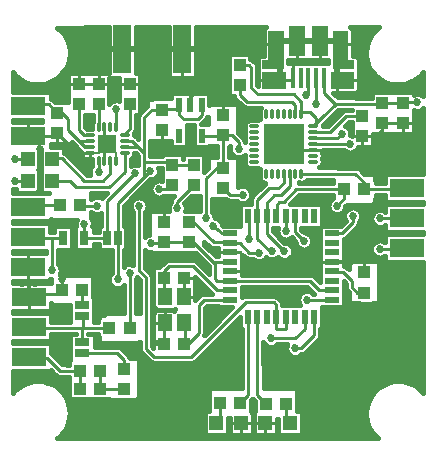
<source format=gtl>
G04 DipTrace 2.3.1.0*
%INPowerTowerRX_Rev4.GTL*%
%MOIN*%
%ADD13C,0.01*%
%ADD14C,0.02*%
%ADD15C,0.007*%
%ADD16C,0.015*%
%ADD18C,0.009*%
%ADD20R,0.1181X0.063*%
%ADD22R,0.05X0.025*%
%ADD25R,0.0394X0.0433*%
%ADD26R,0.0433X0.0394*%
%ADD28R,0.0315X0.0472*%
%ADD29R,0.0472X0.0472*%
%ADD30R,0.025X0.05*%
%ADD31R,0.0217X0.0472*%
%ADD32R,0.0591X0.0591*%
%ADD33R,0.06X0.16*%
%ADD34R,0.05X0.022*%
%ADD35R,0.022X0.05*%
%ADD40O,0.0335X0.0118*%
%ADD41O,0.0118X0.0335*%
%ADD43R,0.1378X0.1378*%
%ADD44R,0.0561X0.0984*%
%ADD45R,0.0157X0.0689*%
%ADD46C,0.027*%
%FSLAX44Y44*%
G04*
G70*
G90*
G75*
G01*
%LNTop*%
%LPD*%
X11140Y7290D2*
D13*
X11470D1*
X11840Y7660D1*
Y7870D1*
X8370Y7090D2*
Y7878D1*
X8348D1*
X7760Y6975D2*
X7735Y7000D1*
X7200D1*
X6520Y7680D1*
X6390D1*
X7760Y6975D2*
X7775Y6960D1*
X8070D1*
X8387Y6643D1*
X8720D1*
X10126Y9286D2*
X11924D1*
X12310Y8900D1*
Y8840D1*
X12230Y8760D1*
X13660D1*
Y8790D1*
X1030Y10550D2*
X1900D1*
X1990Y10640D1*
X3562Y9694D2*
Y10166D1*
X3591Y10236D1*
X3661Y10265D1*
X9843Y12481D2*
X9762Y12400D1*
X9400D1*
X10745Y13703D2*
D14*
X9965D1*
X11428Y13593D2*
X11318Y13703D1*
X10745D1*
X11428Y13593D2*
X11309Y13475D1*
Y12400D1*
X9282Y13593D2*
X9400Y13475D1*
Y12400D1*
X10520Y10074D2*
D13*
X9733D1*
X9536Y10271D1*
X13520Y10971D2*
X12830D1*
Y10760D1*
X12620Y10550D1*
X12151D1*
X12160Y10541D1*
X9965Y13703D2*
D14*
X9392D1*
X9282Y13593D1*
X7760Y6660D2*
D13*
X8070D1*
X8290Y6440D1*
Y6345D1*
Y6230D1*
X8110Y6050D1*
X7780D1*
X7760Y6030D1*
X11140Y6345D2*
X8290D1*
X3562Y10836D2*
Y10363D1*
X3661Y10265D1*
X2710Y12270D2*
X3369D1*
X3370Y12269D1*
X4410Y12279D2*
X3880D1*
X3370D1*
Y12269D2*
Y12700D1*
X3360D1*
X6426Y11570D2*
Y11846D1*
X6640Y12060D1*
X7330D1*
X7520Y11870D1*
Y11680D1*
Y11229D1*
X1990Y10640D2*
X2661Y9969D1*
X3090D1*
X12150Y12530D2*
X12020Y12400D1*
X11309D1*
X13970Y10980D2*
X13961Y10971D1*
X13520D1*
X9530Y9980D2*
X9536Y9986D1*
Y10271D1*
X9530Y10265D1*
X3660Y10260D2*
Y10265D1*
X830Y5650D2*
X1020D1*
Y6160D1*
Y5170D1*
X1040D1*
X5480Y10000D2*
Y10751D1*
X7910Y11680D2*
X7520D1*
X1040Y5170D2*
Y5270D1*
X2001D1*
X2141Y5410D1*
X6219Y5810D2*
X6210D1*
Y5180D1*
X5561Y3620D2*
Y4294D1*
X5580Y4314D1*
X5561Y3620D2*
X5200D1*
Y3630D1*
X3570Y6260D2*
Y4620D1*
X3560Y4610D1*
X7390Y2350D2*
Y3320D1*
X5370Y9120D2*
X5120Y8870D1*
Y8460D1*
X5560Y8020D1*
Y7679D1*
X2140Y5780D2*
X2141Y5779D1*
Y5410D1*
X6210Y5180D2*
X6660D1*
X6700Y5220D1*
Y5450D1*
X11140Y6345D2*
X11855D1*
X8120Y970D2*
X8520D1*
X8920D1*
X8520Y1350D2*
Y970D1*
X10570Y3330D2*
Y2490D1*
G02X10570Y2450I-18J-20D01*
G01*
X3090Y9969D2*
D15*
Y9980D1*
X3376D1*
X3661Y10265D1*
X3956Y9694D2*
Y9969D1*
X3661Y10265D1*
X10520Y10074D2*
D13*
X11456D1*
X11650Y9880D1*
X12150D1*
Y10531D1*
Y9900D2*
Y10551D1*
X3610Y13410D2*
D14*
Y13430D1*
X4150D2*
D13*
D3*
D14*
X6150D1*
D13*
D3*
X6700D2*
D14*
D3*
X6150D2*
X6700D1*
X4150D2*
X3610D1*
X3880Y12260D2*
D13*
Y12279D1*
X2570Y10060D2*
X2661Y9969D1*
X7850Y8290D2*
X7860Y8280D1*
X8280D1*
X8480Y8480D1*
Y8900D1*
X8330Y9050D1*
Y9240D1*
X11140Y6345D2*
X11155Y6360D1*
X12210D1*
Y5990D1*
X1250Y5650D2*
X1020D1*
X5480Y11420D2*
X5490Y11430D1*
X6052D1*
Y11570D1*
X6060Y11562D1*
Y11250D1*
X6200Y11110D1*
X6670D1*
X6800Y11240D1*
Y11570D1*
X5830Y9559D2*
X6540D1*
X5750Y9570D2*
Y9559D1*
X5830D1*
X4000Y5760D2*
Y7130D1*
X5830Y9559D2*
Y9560D1*
Y9660D1*
X4890D1*
Y9967D1*
Y11160D1*
X5150Y11420D1*
X5480D1*
X3366Y9694D2*
Y9344D1*
D15*
Y9694D1*
X4232Y10166D2*
D13*
X4690D1*
X4890Y9967D1*
X5090Y9380D2*
Y9460D1*
X4000Y7130D2*
Y8290D1*
X4885Y9175D1*
X5090Y9380D1*
X4890Y9660D2*
X4885Y9175D1*
X4232Y10363D2*
X4494D1*
X4690Y10166D1*
X10552Y4498D2*
Y3900D1*
X9910Y3460D2*
X10100D1*
X10552Y3912D1*
X10237Y4498D2*
Y4117D1*
X9910Y3790D1*
X9120D1*
X7760Y6345D2*
X7185D1*
X6519Y7011D1*
X6390D1*
X11140Y5400D2*
X10720D1*
X10405Y5715D1*
X7760D1*
X7315Y6345D2*
X7760D1*
Y5715D2*
X7305D1*
X7260Y5760D1*
Y6270D1*
X7185Y6345D1*
X7520Y9479D2*
Y10560D1*
X6800Y10546D2*
X7506D1*
X7520Y10560D1*
X7810D1*
X8040Y10330D1*
Y10120D1*
X5560Y7010D2*
X6389D1*
X6390Y7011D1*
X7520Y9479D2*
X7299D1*
X6950Y9130D1*
Y7810D1*
X5100Y6960D2*
X5510D1*
X5560Y7010D1*
X11561Y8760D2*
X9960D1*
X9540Y8340D1*
X9390D1*
X9300Y8250D1*
Y7885D1*
X9293Y7878D1*
X7520Y8810D2*
X7750Y8580D1*
X8170D1*
X11310Y8210D2*
X11561Y8461D1*
Y8760D1*
X2830Y3306D2*
X3994D1*
X4220Y3080D1*
Y2779D1*
X4210D1*
X2761Y2110D2*
X2760Y2111D1*
Y2720D1*
X1040Y3170D2*
X1080Y3130D1*
X1660D1*
X2070Y2720D1*
X2760D1*
X4410Y11610D2*
Y10780D1*
X4190Y10560D1*
X4232D1*
X1020Y8160D2*
X1100Y8240D1*
X2090D1*
X2820Y4894D2*
Y5400D1*
X2810Y5410D1*
X10520Y10270D2*
Y10271D1*
X11750D1*
X10280Y11920D2*
X10355Y11995D1*
Y12481D1*
X1020Y7160D2*
Y7140D1*
X1820D1*
X2181D1*
X1820Y6060D2*
Y7140D1*
X10126Y11255D2*
Y11340D1*
X10400D1*
X10610Y11130D1*
Y10861D1*
X10520D1*
X10887Y11228D2*
X10520Y10861D1*
X12830Y11640D2*
X13520D1*
X8070Y12899D2*
X8109D1*
X8120Y12910D1*
X8370D1*
X8460Y12820D1*
Y12140D1*
X8670Y11930D1*
X9870D1*
X10126Y11674D1*
Y11255D1*
X13980Y11660D2*
X13540D1*
X13520Y11640D1*
X12830D2*
Y11620D1*
X11279D1*
X10520Y10861D1*
X10867Y12481D2*
X10890Y12457D1*
Y11980D1*
X11250Y11620D1*
X11279D1*
X3366Y10836D2*
X3370Y10840D1*
Y11600D1*
X1040Y4170D2*
X1070Y4140D1*
X2830D1*
X2841D1*
X3730D1*
X2830Y3660D2*
Y4140D1*
X2841D2*
Y4519D1*
X2820Y4540D1*
X7760Y5400D2*
X7320D1*
X6510Y6210D1*
X5710D1*
X5550Y6050D1*
Y5810D1*
X5580Y5180D2*
X5550D1*
Y5810D1*
X6230Y3620D2*
X6340D1*
X6700Y3980D1*
Y4890D1*
X6895Y5085D1*
X7760D1*
X6210Y4314D2*
X6260D1*
Y3650D1*
X6230Y3620D1*
X8663Y4498D2*
Y1917D1*
X8960Y1620D1*
X8348Y4498D2*
Y1918D1*
X8070Y1640D1*
X7401D2*
Y1077D1*
X7293Y970D1*
X9629Y1620D2*
Y1087D1*
X9747Y970D1*
X11140Y6030D2*
X11150Y6020D1*
X11500D1*
X11820Y5700D1*
Y5490D1*
X11989Y5321D1*
X12210D1*
X3430Y2110D2*
X3429Y2111D1*
Y2720D1*
X3430Y2110D2*
X4210D1*
X2710Y11601D2*
X2700Y11591D1*
Y10750D1*
X2890Y10560D1*
X3090D1*
X1030Y11550D2*
Y11590D1*
X1709D1*
X1990Y11309D1*
X1859Y11440D1*
X2030D1*
X2350Y11120D1*
Y10730D1*
X2717Y10363D1*
X3090D1*
Y10166D2*
X2914D1*
X2717Y10363D1*
X1003Y9770D2*
X570D1*
X5380Y8770D2*
X5830D1*
Y8890D1*
X1830Y9770D2*
X1800Y9800D1*
X2140D1*
X2890Y9050D1*
X3520D1*
X3759Y9289D1*
Y9694D1*
X1830Y9040D2*
X1840Y9030D1*
X2430D1*
X2620Y8840D1*
X3720D1*
X4232Y9352D1*
Y9969D1*
X10520Y10467D2*
X11317D1*
X11470Y10620D1*
X10611Y11600D2*
Y12481D1*
X6540Y8890D2*
X5990Y8340D1*
Y8140D1*
X570Y9050D2*
Y9040D1*
X1003D1*
X12160Y11210D2*
X11630D1*
X11084Y10664D1*
X10520D1*
X8070Y12230D2*
Y11920D1*
X8310Y11680D1*
X9820D1*
X9929Y11571D1*
Y11255D1*
X9293Y4498D2*
Y4110D1*
X9607D1*
Y4498D1*
X9293D2*
Y4917D1*
X9210Y5000D1*
X8280D1*
X6460Y3180D1*
X5210D1*
X4940Y3450D1*
Y5830D1*
X4720Y6050D1*
Y8210D1*
X3320Y8220D2*
X2779D1*
X2759Y8240D1*
X7760Y7290D2*
X7480D1*
X7190Y7540D1*
X4400Y5978D2*
Y4250D1*
X4430Y4220D1*
Y4171D1*
X4399Y4140D1*
X9733Y9286D2*
Y8863D1*
X9440Y8570D1*
X9220D1*
X8970Y8320D1*
Y7885D1*
X8978Y7878D1*
X13660Y7790D2*
Y7970D1*
X13850D1*
X8978Y7878D2*
Y7272D1*
X9560Y6690D1*
X12750Y7790D2*
X12870D1*
X13660D1*
X10310Y5085D2*
X11140D1*
X9607Y7370D2*
Y7878D1*
X10210Y7040D2*
X9922Y7328D1*
Y7878D1*
X9536Y9286D2*
Y8986D1*
X9350Y8800D1*
X9040D1*
X8660Y8420D1*
Y7880D1*
X8663Y7878D1*
X13660Y6790D2*
Y6620D1*
X13850D1*
X13660Y6790D2*
Y6770D1*
X12740D1*
X9140Y6710D2*
X9070D1*
X8663Y7117D1*
Y7878D1*
X3956Y10836D2*
Y11444D1*
X4590Y9300D2*
X3646Y8356D1*
Y7130D1*
X2890Y7140D2*
X2900Y7130D1*
X3646D1*
X2890Y7610D2*
Y7140D1*
D46*
X11840Y7870D3*
X8370Y7090D3*
X8720Y6643D3*
X4000Y5760D3*
X3366Y9344D3*
D3*
X5090Y9380D3*
D3*
X9910Y3460D3*
X9120Y3790D3*
X8040Y10120D3*
X6950Y7810D3*
X5100Y6960D3*
X8170Y8580D3*
X11310Y8210D3*
X11750Y10271D3*
X10280Y11920D3*
X1820Y6060D3*
X13980Y11660D3*
X570Y9770D3*
X5380Y8770D3*
X11470Y10620D3*
X10611Y11600D3*
X5990Y8140D3*
X570Y9050D3*
X4720Y8210D3*
X3320Y8220D3*
X7190Y7540D3*
X4400Y5978D3*
X9560Y6690D3*
X12750Y7790D3*
X10310Y5085D3*
X9607Y7370D3*
X10210Y7040D3*
X12740Y6770D3*
X9140Y6710D3*
X3956Y11444D3*
X4590Y9300D3*
X2890Y7610D3*
X3360Y12700D3*
X12150Y12530D3*
X13970Y10980D3*
X9530Y9980D3*
X6700Y13430D3*
X3610D3*
X3660Y10260D3*
X8330Y9240D3*
X1250Y5650D3*
X830D3*
X5200Y3630D3*
X5480Y10000D3*
X7910Y11680D3*
X8520Y1350D3*
X6700Y5450D3*
X3560Y4610D3*
X3570Y6260D3*
X7390Y2350D3*
Y3320D3*
X4580Y3370D3*
X5370Y9120D3*
X2140Y5780D3*
X5250Y2850D3*
X10570Y3330D3*
Y2450D3*
X7030Y9900D3*
X1860Y3590D3*
X2600Y630D3*
X2170Y11880D3*
X12700Y8410D3*
X10490Y7390D3*
X7850Y8290D3*
X2140Y2310D3*
X6060Y2850D3*
X8060Y3660D3*
X3360Y630D3*
X12180Y660D3*
X14060Y2770D3*
X8330Y5300D3*
X2400Y14020D3*
X3520D3*
X6750Y14050D3*
X8580Y14030D3*
X8550Y13370D3*
X12130Y13960D3*
X14040Y12240D3*
X14060Y9610D3*
X3880Y12260D3*
X11300Y7620D3*
X9060Y3240D3*
X4160Y630D3*
X5110Y6470D3*
X1400Y8690D3*
X1420Y9410D3*
X1430Y10120D3*
X2570Y10060D3*
X6220Y12260D3*
X4920Y630D3*
X12810Y7280D3*
X5750Y620D3*
X6510D3*
X10620Y660D3*
X11380D3*
X7330Y14050D3*
X8000D3*
X2970Y14030D3*
X9540Y5390D3*
X10550Y6080D3*
X8740Y6010D3*
X5690Y8460D3*
X14040Y5980D3*
Y5030D3*
Y4090D3*
X2161Y14007D2*
D16*
X3683D1*
X4615D2*
X5685D1*
X6617D2*
X8860D1*
X11848D2*
X12526D1*
X2267Y13858D2*
X3683D1*
X4615D2*
X5685D1*
X6617D2*
X8860D1*
X11848D2*
X12421D1*
X2340Y13709D2*
X3683D1*
X4615D2*
X5685D1*
X6617D2*
X8860D1*
X11848D2*
X12348D1*
X2386Y13561D2*
X3683D1*
X4615D2*
X5685D1*
X6617D2*
X8860D1*
X11848D2*
X12301D1*
X2412Y13412D2*
X3683D1*
X4615D2*
X5685D1*
X6617D2*
X8860D1*
X11848D2*
X12278D1*
X2415Y13263D2*
X3683D1*
X4615D2*
X5685D1*
X6617D2*
X7707D1*
X8433D2*
X8860D1*
X11848D2*
X12273D1*
X2396Y13115D2*
X3683D1*
X4615D2*
X5685D1*
X6617D2*
X7707D1*
X8433D2*
X8663D1*
X12047D2*
X12292D1*
X2356Y12966D2*
X3683D1*
X4615D2*
X5685D1*
X6617D2*
X7707D1*
X12057D2*
X12331D1*
X2290Y12817D2*
X3683D1*
X4615D2*
X5685D1*
X6617D2*
X7707D1*
X12057D2*
X12397D1*
X2194Y12669D2*
X3683D1*
X4615D2*
X5685D1*
X6617D2*
X7707D1*
X12057D2*
X12496D1*
X518Y12520D2*
X626D1*
X2054D2*
X2347D1*
X4772D2*
X5685D1*
X6617D2*
X7707D1*
X12057D2*
X12634D1*
X14061D2*
X14171D1*
X518Y12371D2*
X847D1*
X1833D2*
X2347D1*
X3732D2*
X4046D1*
X4772D2*
X7707D1*
X12057D2*
X12854D1*
X13840D2*
X14171D1*
X518Y12223D2*
X2347D1*
X3732D2*
X4046D1*
X4772D2*
X7707D1*
X12057D2*
X14171D1*
X518Y12074D2*
X2347D1*
X3732D2*
X4046D1*
X4772D2*
X7707D1*
X12052D2*
X14171D1*
X1786Y11925D2*
X2347D1*
X3732D2*
X4046D1*
X4772D2*
X5778D1*
X7074D2*
X7707D1*
X11243D2*
X12467D1*
X14101D2*
X14170D1*
X1798Y11777D2*
X2347D1*
X3732D2*
X4046D1*
X4772D2*
X5033D1*
X7074D2*
X7913D1*
X4772Y11628D2*
X4958D1*
X7074D2*
X8063D1*
X4772Y11479D2*
X4911D1*
X8042D2*
X8291D1*
X8042Y11330D2*
X8720D1*
X11288D2*
X11453D1*
X13883D2*
X14171D1*
X2916Y11182D2*
X3153D1*
X4625D2*
X4674D1*
X8042D2*
X8720D1*
X11140D2*
X11303D1*
X13883D2*
X14171D1*
X518Y11033D2*
X1468D1*
X2916D2*
X3153D1*
X4625D2*
X4674D1*
X6891D2*
X6997D1*
X8042D2*
X8307D1*
X10990D2*
X11155D1*
X13883D2*
X14171D1*
X2916Y10884D2*
X3142D1*
X4625D2*
X4674D1*
X6326D2*
X6526D1*
X8042D2*
X8221D1*
X10852D2*
X11005D1*
X11604D2*
X11797D1*
X13883D2*
X14171D1*
X4620Y10736D2*
X4674D1*
X6326D2*
X6526D1*
X8042D2*
X8230D1*
X11747D2*
X11796D1*
X13883D2*
X14171D1*
X4564Y10587D2*
X4674D1*
X6326D2*
X6526D1*
X8082D2*
X8232D1*
X12523D2*
X14171D1*
X6326Y10438D2*
X6526D1*
X12523D2*
X14171D1*
X5105Y10290D2*
X5778D1*
X6326D2*
X6526D1*
X12523D2*
X14171D1*
X2232Y10141D2*
X2640D1*
X5105D2*
X7304D1*
X12019D2*
X14171D1*
X2232Y9992D2*
X2757D1*
X5105D2*
X7304D1*
X10836D2*
X11671D1*
X11831D2*
X14171D1*
X2396Y9844D2*
X2799D1*
X4524D2*
X4674D1*
X6903D2*
X7105D1*
X8129D2*
X8221D1*
X10850D2*
X14171D1*
X2543Y9695D2*
X3142D1*
X4447D2*
X4674D1*
X6903D2*
X6997D1*
X8042D2*
X8218D1*
X10852D2*
X14171D1*
X2693Y9546D2*
X3144D1*
X6903D2*
X6997D1*
X8042D2*
X8267D1*
X10805D2*
X14171D1*
X2841Y9398D2*
X3069D1*
X5391D2*
X5467D1*
X8042D2*
X8720D1*
X12111D2*
X14171D1*
X5358Y9249D2*
X5467D1*
X8042D2*
X8720D1*
X12554D2*
X12903D1*
X5164Y9100D2*
X5467D1*
X8042D2*
X8736D1*
X12612D2*
X12903D1*
X4960Y8951D2*
X5143D1*
X8042D2*
X8893D1*
X4812Y8803D2*
X5080D1*
X8363D2*
X8743D1*
X518Y8654D2*
X602D1*
X4662D2*
X5103D1*
X8461D2*
X8596D1*
X3141Y8505D2*
X3496D1*
X4515D2*
X5256D1*
X5504D2*
X5856D1*
X6455D2*
X6735D1*
X10004D2*
X11178D1*
X12612D2*
X12903D1*
X4367Y8357D2*
X4460D1*
X4981D2*
X5776D1*
X6305D2*
X6735D1*
X7165D2*
X7977D1*
X8363D2*
X8443D1*
X9856D2*
X11049D1*
X12610D2*
X12903D1*
X4217Y8208D2*
X4419D1*
X5021D2*
X5696D1*
X6282D2*
X6735D1*
X7165D2*
X8073D1*
X10829D2*
X11010D1*
X11611D2*
X12903D1*
X4217Y8059D2*
X4461D1*
X4979D2*
X5701D1*
X6279D2*
X6735D1*
X7165D2*
X8073D1*
X10829D2*
X11052D1*
X12068D2*
X12638D1*
X3141Y7911D2*
X3430D1*
X4217D2*
X4503D1*
X4936D2*
X5038D1*
X7233D2*
X8073D1*
X10829D2*
X11542D1*
X12139D2*
X12477D1*
X3148Y7762D2*
X3430D1*
X4217D2*
X4503D1*
X4936D2*
X5038D1*
X7386D2*
X8073D1*
X10829D2*
X11560D1*
X12120D2*
X12451D1*
X1777Y7613D2*
X2588D1*
X3190D2*
X3430D1*
X4217D2*
X4503D1*
X4936D2*
X5038D1*
X7482D2*
X8073D1*
X10829D2*
X11495D1*
X12050D2*
X12510D1*
X1777Y7465D2*
X1857D1*
X2504D2*
X2568D1*
X3214D2*
X3355D1*
X4292D2*
X4503D1*
X4936D2*
X5038D1*
X9193D2*
X9322D1*
X10137D2*
X10724D1*
X11944D2*
X12903D1*
X2504Y7316D2*
X2568D1*
X4292D2*
X4503D1*
X4936D2*
X5038D1*
X9233D2*
X9310D1*
X10299D2*
X10724D1*
X11794D2*
X14171D1*
X2504Y7167D2*
X2568D1*
X4292D2*
X4503D1*
X10482D2*
X10724D1*
X11647D2*
X12903D1*
X2504Y7019D2*
X2568D1*
X4292D2*
X4503D1*
X9530D2*
X9910D1*
X10510D2*
X10724D1*
X11555D2*
X12585D1*
X2504Y6870D2*
X2568D1*
X3214D2*
X3355D1*
X4292D2*
X4503D1*
X6959D2*
X7032D1*
X9797D2*
X9964D1*
X10454D2*
X10724D1*
X11555D2*
X12458D1*
X2035Y6721D2*
X3784D1*
X4217D2*
X4503D1*
X7107D2*
X7344D1*
X9858D2*
X10724D1*
X11555D2*
X12444D1*
X2035Y6572D2*
X3784D1*
X4217D2*
X4503D1*
X4936D2*
X6660D1*
X7257D2*
X7344D1*
X9835D2*
X10724D1*
X11555D2*
X12519D1*
X2035Y6424D2*
X3784D1*
X4217D2*
X4503D1*
X4936D2*
X6807D1*
X8176D2*
X8521D1*
X8918D2*
X9442D1*
X9680D2*
X10724D1*
X11555D2*
X12903D1*
X2035Y6275D2*
X3784D1*
X4217D2*
X4503D1*
X4936D2*
X5476D1*
X6743D2*
X6955D1*
X8176D2*
X10724D1*
X11555D2*
X11694D1*
X12725D2*
X14171D1*
X2112Y6126D2*
X3784D1*
X4943D2*
X5167D1*
X6893D2*
X7044D1*
X8176D2*
X10724D1*
X12732D2*
X14171D1*
X2110Y5978D2*
X3784D1*
X5091D2*
X5167D1*
X8176D2*
X10724D1*
X12732D2*
X14171D1*
X3186Y5829D2*
X3706D1*
X10590D2*
X10724D1*
X12732D2*
X14171D1*
X518Y5680D2*
X1759D1*
X3193D2*
X3711D1*
X4615D2*
X4724D1*
X6601D2*
X6742D1*
X12732D2*
X14171D1*
X3193Y5532D2*
X3812D1*
X4615D2*
X4724D1*
X6601D2*
X6889D1*
X11555D2*
X11604D1*
X12732D2*
X14171D1*
X3193Y5383D2*
X4185D1*
X4615D2*
X4724D1*
X6612D2*
X7037D1*
X8176D2*
X10438D1*
X11555D2*
X11634D1*
X12732D2*
X14171D1*
X3193Y5234D2*
X4185D1*
X4615D2*
X4724D1*
X6612D2*
X6746D1*
X8176D2*
X10051D1*
X11555D2*
X11689D1*
X12732D2*
X14171D1*
X3235Y5086D2*
X4185D1*
X4615D2*
X4724D1*
X9422D2*
X10009D1*
X11555D2*
X11689D1*
X12732D2*
X14171D1*
X3235Y4937D2*
X4185D1*
X4615D2*
X4724D1*
X9507D2*
X10051D1*
X11555D2*
X14171D1*
X1796Y4788D2*
X2403D1*
X3235D2*
X4185D1*
X4615D2*
X4724D1*
X5157D2*
X5232D1*
X6917D2*
X7768D1*
X10829D2*
X14171D1*
X518Y4640D2*
X2403D1*
X3235D2*
X3428D1*
X6917D2*
X7621D1*
X10829D2*
X14171D1*
X1796Y4491D2*
X2403D1*
X3235D2*
X3350D1*
X6917D2*
X7473D1*
X10829D2*
X14171D1*
X1796Y4342D2*
X2403D1*
X3235D2*
X3348D1*
X6917D2*
X7323D1*
X7922D2*
X8073D1*
X10829D2*
X14171D1*
X6917Y4193D2*
X7175D1*
X7772D2*
X8073D1*
X10829D2*
X14171D1*
X6917Y4045D2*
X7025D1*
X7625D2*
X8131D1*
X10768D2*
X14171D1*
X1796Y3896D2*
X2415D1*
X3247D2*
X3348D1*
X7475D2*
X8131D1*
X10768D2*
X14171D1*
X1796Y3747D2*
X2415D1*
X3247D2*
X3350D1*
X7327D2*
X8131D1*
X10697D2*
X14171D1*
X1796Y3599D2*
X2415D1*
X3247D2*
X4724D1*
X7177D2*
X8131D1*
X10538D2*
X14171D1*
X1796Y3450D2*
X2415D1*
X4149D2*
X4724D1*
X7029D2*
X8131D1*
X8879D2*
X9610D1*
X10388D2*
X14171D1*
X1796Y3301D2*
X2415D1*
X4297D2*
X4789D1*
X6879D2*
X8131D1*
X8879D2*
X9657D1*
X10238D2*
X14171D1*
X1936Y3153D2*
X2415D1*
X4423D2*
X4939D1*
X6732D2*
X8131D1*
X8879D2*
X14171D1*
X2084Y3004D2*
X2378D1*
X4733D2*
X5099D1*
X6572D2*
X8131D1*
X8879D2*
X14171D1*
X4733Y2855D2*
X8131D1*
X8879D2*
X14171D1*
X4733Y2707D2*
X8131D1*
X8879D2*
X14171D1*
X518Y2558D2*
X1937D1*
X4733D2*
X8131D1*
X8879D2*
X14171D1*
X518Y2409D2*
X2378D1*
X4733D2*
X8131D1*
X8879D2*
X14171D1*
X518Y2261D2*
X854D1*
X1824D2*
X2378D1*
X4733D2*
X8131D1*
X8879D2*
X12863D1*
X13833D2*
X14171D1*
X518Y2112D2*
X630D1*
X2049D2*
X2378D1*
X4733D2*
X7056D1*
X9947D2*
X12638D1*
X14056D2*
X14171D1*
X2190Y1963D2*
X2378D1*
X4733D2*
X7018D1*
X10011D2*
X12498D1*
X2288Y1814D2*
X2378D1*
X4721D2*
X7018D1*
X10011D2*
X12399D1*
X2354Y1666D2*
X7018D1*
X8452D2*
X8577D1*
X10011D2*
X12334D1*
X2396Y1517D2*
X7018D1*
X8452D2*
X8577D1*
X10011D2*
X12294D1*
X2415Y1368D2*
X7018D1*
X8452D2*
X8577D1*
X10011D2*
X12275D1*
X2412Y1220D2*
X6892D1*
X10149D2*
X12275D1*
X2389Y1071D2*
X6892D1*
X10149D2*
X12299D1*
X2342Y922D2*
X6892D1*
X10149D2*
X12346D1*
X2269Y774D2*
X6892D1*
X10149D2*
X12418D1*
X2164Y625D2*
X6892D1*
X10149D2*
X12524D1*
X2011Y476D2*
X12678D1*
X3177Y5170D2*
X3221D1*
X3219Y4618D1*
X3221Y4340D1*
X3364Y4341D1*
X3365Y4527D1*
X3387Y4597D1*
X3449Y4641D1*
X3485Y4647D1*
X4200D1*
X4199Y5555D1*
X4143Y5512D1*
X4073Y5484D1*
X3999Y5474D1*
X3925Y5484D1*
X3856Y5513D1*
X3797Y5559D1*
X3752Y5618D1*
X3723Y5687D1*
X3714Y5762D1*
X3724Y5836D1*
X3753Y5905D1*
X3801Y5965D1*
X3799Y6285D1*
Y6728D1*
X3370Y6729D1*
Y6928D1*
X3198Y6927D1*
Y6753D1*
X2582D1*
Y7527D1*
X2617D1*
X2604Y7612D1*
X2614Y7686D1*
X2635Y7735D1*
X2405Y7733D1*
X1845D1*
X1773Y7758D1*
X1762Y7726D1*
Y7694D1*
X503D1*
Y7626D1*
X1762D1*
Y7342D1*
X1874Y7341D1*
X1873Y7527D1*
X2490D1*
Y6753D1*
X2019D1*
X2021Y6315D1*
X2024Y6260D1*
X2069Y6201D1*
X2097Y6131D1*
X2106Y6060D1*
X2096Y5986D1*
X2068Y5919D1*
X2645Y5917D1*
X3055D1*
X3125Y5894D1*
X3169Y5833D1*
X3175Y5757D1*
X3178Y5608D1*
Y5170D1*
X2421Y4618D2*
X2419Y4902D1*
X1895Y4903D1*
X1825Y4926D1*
X1782Y4987D1*
Y4704D1*
X502D1*
Y4637D1*
X1723Y4636D1*
X1782D1*
Y4343D1*
X2195Y4341D1*
X2418D1*
X2419Y4816D1*
X2421D1*
X502Y12016D2*
X1772D1*
Y11779D1*
X1846Y11738D1*
X1906Y11677D1*
X2363Y11675D1*
X2364Y11968D1*
X2362Y11977D1*
Y12638D1*
X3699Y12637D1*
Y14156D1*
X1992Y14154D1*
X2103Y14054D1*
X2200Y13939D1*
X2279Y13812D1*
X2339Y13675D1*
X2379Y13530D1*
X2399Y13382D1*
X2398Y13243D1*
X2377Y13095D1*
X2335Y12951D1*
X2273Y12814D1*
X2193Y12688D1*
X2096Y12574D1*
X1983Y12475D1*
X1858Y12392D1*
X1722Y12329D1*
X1579Y12285D1*
X1431Y12261D1*
X1281Y12259D1*
X1132Y12278D1*
X988Y12318D1*
X850Y12377D1*
X723Y12456D1*
X607Y12551D1*
X502Y12668D1*
Y12015D1*
X1483Y11084D2*
X504D1*
X502Y11017D1*
X1483Y11016D1*
Y11086D1*
X1772Y10273D2*
Y10157D1*
X2217D1*
Y9986D1*
X2282Y9942D1*
X2973Y9251D1*
X3094D1*
X3080Y9346D1*
X3090Y9420D1*
X3119Y9489D1*
X3160Y9542D1*
X3156Y9661D1*
X3153Y9759D1*
X2952Y9762D1*
X2894Y9778D1*
X2844Y9811D1*
X2805Y9856D1*
X2780Y9910D1*
X2772Y9970D1*
X2777Y10019D1*
X2474Y10322D1*
X2449Y10299D1*
X2377Y10275D1*
X2308Y10272D1*
X1771D1*
X1443Y10084D2*
X1390Y10082D1*
X1388Y9383D1*
X1390Y9127D1*
Y8653D1*
X616D1*
Y8768D1*
X569Y8764D1*
X502Y8773D1*
X503Y8626D1*
X1725Y8629D1*
X1692Y8653D1*
X1443D1*
X1445Y9427D1*
X1443Y9683D1*
Y10084D1*
X5207Y11788D2*
X5791D1*
X5793Y11957D1*
X6311Y11955D1*
X6362Y11957D1*
X7059D1*
X7061Y11571D1*
X7133Y11595D1*
X7202Y11597D1*
X7907Y11595D1*
X7977Y11572D1*
X8021Y11510D1*
X8027Y11475D1*
Y10628D1*
X8182Y10472D1*
X8224Y10411D1*
X8241Y10328D1*
X8259Y10367D1*
X8239Y10361D1*
X8241Y10330D1*
X8259Y10373D1*
X8242Y10408D1*
X8234Y10482D1*
X8259Y10564D1*
X8242Y10605D1*
X8234Y10679D1*
X8259Y10761D1*
X8242Y10802D1*
X8234Y10876D1*
X8252Y10948D1*
X8295Y11010D1*
X8356Y11052D1*
X8428Y11071D1*
X8660D1*
X8696Y11081D1*
Y11111D1*
X8738D1*
X8735Y11297D1*
X8737Y11362D1*
X8736Y11378D1*
X8754Y11450D1*
X8770Y11479D1*
X8310D1*
X8237Y11493D1*
X8168Y11538D1*
X7928Y11778D1*
X7885Y11842D1*
X7876Y11862D1*
X7722D1*
X7724Y12598D1*
X7722Y12757D1*
Y13267D1*
X8418D1*
X8421Y13104D1*
X8488Y13073D1*
X8602Y12962D1*
X8644Y12901D1*
X8661Y12820D1*
Y12222D1*
X8668Y12218D1*
X8671Y12717D1*
X8677Y12737D1*
X8668Y12789D1*
X8671Y13091D1*
X8687Y13133D1*
X8714Y13169D1*
X8750Y13195D1*
X8792Y13210D1*
X8864Y13212D1*
X8875D1*
X8878Y14056D1*
X8893Y14098D1*
X8920Y14134D1*
X8949Y14156D1*
X6603D1*
X6601Y14036D1*
Y12479D1*
X5699D1*
Y14156D1*
X4602D1*
X4601Y12647D1*
X4758D1*
Y11314D1*
X4973Y11528D1*
Y11665D1*
X4996Y11735D1*
X5057Y11779D1*
X5133Y11785D1*
X5207Y11788D1*
X5793Y10383D2*
X5091Y10386D1*
Y9861D1*
X5483D1*
X5482Y9927D1*
X6178D1*
Y9760D1*
X6192Y9792D1*
Y9927D1*
X6888D1*
Y9353D1*
X7012Y9476D1*
X7013Y9725D1*
X7036Y9795D1*
X7097Y9838D1*
X7173Y9845D1*
X7320Y9847D1*
X7319Y10194D1*
X7157Y10195D1*
X7133D1*
X7061Y10219D1*
X7059Y10159D1*
X6541D1*
Y10910D1*
X6311Y10909D1*
Y10159D1*
X5793D1*
Y10382D1*
X12596Y9108D2*
X12598Y8960D1*
X12917Y8961D1*
X12918Y9256D1*
X14186D1*
Y11463D1*
X14123Y11412D1*
X14053Y11384D1*
X13979Y11374D1*
X13905Y11384D1*
X13868Y11399D1*
Y10603D1*
X12508D1*
Y10173D1*
X12019D1*
X11998Y10127D1*
X11952Y10068D1*
X11893Y10023D1*
X11823Y9994D1*
X11749Y9985D1*
X11675Y9995D1*
X11606Y10023D1*
X11546Y10071D1*
X10838Y10070D1*
X10830Y10015D1*
X10814Y9975D1*
X10834Y9921D1*
X10838Y9877D1*
X10825Y9803D1*
X10812Y9781D1*
X10834Y9724D1*
X10838Y9680D1*
X10825Y9607D1*
X10787Y9542D1*
X10729Y9496D1*
X10705Y9488D1*
X11924Y9487D1*
X11997Y9473D1*
X12066Y9428D1*
X12227Y9268D1*
X12475Y9267D1*
X12545Y9244D1*
X12589Y9183D1*
X12595Y9107D1*
X12598Y8557D2*
X12595Y8373D1*
X12573Y8303D1*
X12511Y8259D1*
X12475Y8253D1*
X11639D1*
X11596Y8210D1*
X11586Y8136D1*
X11558Y8067D1*
X11512Y8008D1*
X11453Y7962D1*
X11383Y7934D1*
X11309Y7924D1*
X11235Y7934D1*
X11166Y7963D1*
X11107Y8009D1*
X11062Y8068D1*
X11033Y8137D1*
X11024Y8212D1*
X11034Y8286D1*
X11063Y8355D1*
X11109Y8414D1*
X11169Y8459D1*
X11193Y8468D1*
Y8560D1*
X10044Y8559D1*
X9762Y8278D1*
X9868Y8276D1*
X10111Y8279D1*
X10183Y8276D1*
X10426Y8279D1*
X10498Y8276D1*
X10741Y8279D1*
X10813D1*
X10814Y7551D1*
X11449D1*
X11605Y7709D1*
X11563Y7797D1*
X11554Y7872D1*
X11564Y7946D1*
X11593Y8015D1*
X11639Y8074D1*
X11699Y8119D1*
X11768Y8147D1*
X11842Y8156D1*
X11916Y8146D1*
X11985Y8116D1*
X12044Y8070D1*
X12089Y8011D1*
X12117Y7941D1*
X12126Y7870D1*
X12116Y7796D1*
X12088Y7727D1*
X12040Y7666D1*
X12027Y7587D1*
X11982Y7518D1*
X11612Y7148D1*
X11541Y7101D1*
X11539Y7029D1*
X11541Y6786D1*
X11539Y6714D1*
X11541Y6471D1*
X11539Y6399D1*
X11541Y6351D1*
Y6217D1*
X11618Y6183D1*
X11703Y6101D1*
Y6235D1*
X11726Y6305D1*
X11787Y6349D1*
X11863Y6355D1*
X11892Y6358D1*
X12597Y6355D1*
X12667Y6333D1*
X12711Y6271D1*
X12717Y6235D1*
Y5075D1*
X12694Y5005D1*
X12633Y4962D1*
X12557Y4955D1*
X12408Y4953D1*
X11823Y4955D1*
X11753Y4978D1*
X11709Y5040D1*
X11703Y5075D1*
Y5322D1*
X11678Y5348D1*
X11636Y5409D1*
X11619Y5490D1*
Y5619D1*
X11540Y5695D1*
X11539Y5454D1*
X11541Y5211D1*
X11539Y5139D1*
X11541Y4896D1*
Y4824D1*
X10813D1*
Y4097D1*
X10755D1*
X10753Y3900D1*
X10740Y3827D1*
X10700Y3764D1*
X10641Y3717D1*
X10242Y3318D1*
X10178Y3275D1*
X10202Y3287D1*
X10112Y3258D1*
X10053Y3212D1*
X9983Y3184D1*
X9909Y3174D1*
X9835Y3184D1*
X9766Y3213D1*
X9707Y3259D1*
X9662Y3318D1*
X9633Y3387D1*
X9624Y3462D1*
X9634Y3536D1*
X9657Y3589D1*
X9322Y3588D1*
X9263Y3542D1*
X9193Y3514D1*
X9119Y3504D1*
X9045Y3514D1*
X8976Y3543D1*
X8917Y3589D1*
X8872Y3648D1*
X8864Y3668D1*
X8865Y2127D1*
X9875D1*
X9945Y2104D1*
X9988Y2043D1*
X9995Y1967D1*
X9997Y1818D1*
Y1356D1*
X10134Y1357D1*
Y583D1*
X9360D1*
Y1115D1*
X9305Y1113D1*
X9307Y1027D1*
Y583D1*
X8533D1*
Y1357D1*
X8592D1*
Y1706D1*
X8519Y1777D1*
X8493Y1780D1*
X8438Y1724D1*
Y1357D1*
X8507D1*
Y583D1*
X7733D1*
Y1134D1*
X7680Y1132D1*
Y583D1*
X6906D1*
Y1357D1*
X7035D1*
X7033Y1742D1*
X7035Y2027D1*
X7058Y2097D1*
X7120Y2141D1*
X7155Y2147D1*
X8147D1*
Y4095D1*
X8087Y4097D1*
Y4521D1*
X6602Y3038D1*
X6541Y2996D1*
X6460Y2979D1*
X5210D1*
X5137Y2993D1*
X5068Y3038D1*
X4798Y3308D1*
X4756Y3369D1*
X4739Y3450D1*
Y3677D1*
X4716Y3657D1*
X4645Y3633D1*
X3485D1*
X3415Y3656D1*
X3371Y3717D1*
X3365Y3793D1*
X3362Y3940D1*
X3029Y3939D1*
X3231Y3936D1*
Y3504D1*
X3580Y3507D1*
X3994D1*
X4068Y3493D1*
X4136Y3448D1*
X4362Y3222D1*
X4405Y3158D1*
X4394Y3179D1*
X4462Y3147D1*
X4597Y3145D1*
X4667Y3122D1*
X4711Y3060D1*
X4717Y3025D1*
Y1865D1*
X4694Y1795D1*
X4633Y1751D1*
X4557Y1745D1*
X4408Y1742D1*
X3821Y1745D1*
X3723Y1762D1*
X3062Y1764D1*
X2903Y1762D1*
X2393D1*
X2392Y2520D1*
X2070Y2519D1*
X1997Y2533D1*
X1928Y2578D1*
X1780Y2725D1*
X1782Y2704D1*
X504D1*
X502Y1961D1*
X562Y2031D1*
X672Y2134D1*
X795Y2220D1*
X928Y2287D1*
X1070Y2336D1*
X1217Y2363D1*
X1367Y2370D1*
X1516Y2356D1*
X1662Y2320D1*
X1801Y2265D1*
X1931Y2190D1*
X2049Y2098D1*
X2154Y1990D1*
X2241Y1869D1*
X2311Y1736D1*
X2362Y1595D1*
X2392Y1448D1*
X2401Y1310D1*
X2390Y1160D1*
X2358Y1014D1*
X2307Y873D1*
X2235Y741D1*
X2146Y621D1*
X2041Y514D1*
X1989Y471D1*
X4150Y472D1*
X12697D1*
X12615Y543D1*
X12514Y654D1*
X12430Y778D1*
X12364Y913D1*
X12318Y1056D1*
X12293Y1203D1*
X12288Y1353D1*
X12305Y1502D1*
X12342Y1647D1*
X12400Y1786D1*
X12476Y1914D1*
X12570Y2031D1*
X12680Y2134D1*
X12803Y2220D1*
X12936Y2287D1*
X13078Y2336D1*
X13225Y2363D1*
X13375Y2370D1*
X13524Y2356D1*
X13670Y2320D1*
X13809Y2265D1*
X13939Y2190D1*
X14057Y2098D1*
X14161Y1990D1*
X14186Y1959D1*
Y6325D1*
X12918Y6324D1*
Y6547D1*
X12883Y6522D1*
X12813Y6494D1*
X12739Y6484D1*
X12665Y6494D1*
X12596Y6523D1*
X12537Y6569D1*
X12492Y6628D1*
X12463Y6697D1*
X12454Y6772D1*
X12464Y6846D1*
X12493Y6915D1*
X12539Y6974D1*
X12599Y7019D1*
X12668Y7047D1*
X12742Y7056D1*
X12816Y7046D1*
X12885Y7016D1*
X12920Y6989D1*
X12918Y7256D1*
X14186D1*
Y7323D1*
X12918Y7324D1*
Y7561D1*
X12893Y7542D1*
X12823Y7514D1*
X12749Y7504D1*
X12675Y7514D1*
X12606Y7543D1*
X12547Y7589D1*
X12502Y7648D1*
X12473Y7717D1*
X12464Y7792D1*
X12474Y7866D1*
X12503Y7935D1*
X12549Y7994D1*
X12609Y8039D1*
X12678Y8067D1*
X12752Y8076D1*
X12826Y8066D1*
X12895Y8036D1*
X12919Y8018D1*
X12918Y8256D1*
X14186D1*
Y8322D1*
X13952Y8324D1*
X12918D1*
Y8561D1*
X12598Y8559D1*
X11193Y8963D2*
Y9085D1*
X10314D1*
X10285Y9040D1*
X10227Y8994D1*
X10156Y8970D1*
X10082Y8973D1*
X10032Y8993D1*
X10035Y8961D1*
X11195D1*
X5227Y8047D2*
X5720D1*
X5704Y8142D1*
X5714Y8216D1*
X5743Y8285D1*
X5791Y8345D1*
X5796Y8391D1*
X5827Y8458D1*
X5889Y8524D1*
X5523Y8522D1*
X5453Y8494D1*
X5379Y8484D1*
X5305Y8494D1*
X5236Y8523D1*
X5177Y8569D1*
X5132Y8628D1*
X5103Y8697D1*
X5094Y8772D1*
X5104Y8846D1*
X5133Y8915D1*
X5179Y8974D1*
X5239Y9019D1*
X5308Y9047D1*
X5382Y9056D1*
X5456Y9046D1*
X5484Y9034D1*
X5482Y9258D1*
Y9461D1*
X5364Y9459D1*
X5376Y9380D1*
X5366Y9306D1*
X5338Y9237D1*
X5292Y9178D1*
X5233Y9132D1*
X5163Y9104D1*
X5087Y9094D1*
X4655Y8661D1*
X4200Y8205D1*
X4201Y7533D1*
X4276Y7531D1*
Y6729D1*
X4199D1*
X4201Y6380D1*
Y6181D1*
X4259Y6227D1*
X4328Y6255D1*
X4402Y6264D1*
X4476Y6253D1*
X4517Y6236D1*
X4519Y6800D1*
X4517Y8009D1*
X4472Y8068D1*
X4443Y8137D1*
X4434Y8212D1*
X4444Y8286D1*
X4473Y8355D1*
X4519Y8414D1*
X4579Y8459D1*
X4648Y8487D1*
X4722Y8496D1*
X4796Y8486D1*
X4865Y8456D1*
X4924Y8410D1*
X4969Y8351D1*
X4997Y8281D1*
X5006Y8210D1*
X4996Y8136D1*
X4968Y8067D1*
X4920Y8006D1*
X4921Y7181D1*
X4959Y7209D1*
X5028Y7237D1*
X5054Y7240D1*
X5053Y7925D1*
X5076Y7995D1*
X5137Y8038D1*
X5213Y8045D1*
X5227Y8047D1*
X1773Y5635D2*
X1776Y5758D1*
X1762Y5756D1*
Y5694D1*
X502D1*
X508Y5636D1*
X1773D1*
X11813Y10842D2*
X11812Y11009D1*
X11712D1*
X11585Y10881D1*
X11615Y10866D1*
X11674Y10820D1*
X11719Y10761D1*
X11747Y10691D1*
X11756Y10620D1*
X11748Y10557D1*
X11810Y10548D1*
X11812Y10683D1*
X11813Y10908D1*
X12557Y12008D2*
X13178Y12005D1*
X13247Y12008D1*
X13868D1*
Y11921D1*
X13908Y11937D1*
X13982Y11946D1*
X14056Y11936D1*
X14125Y11906D1*
X14185Y11858D1*
X14186Y12667D1*
X14103Y12574D1*
X13991Y12475D1*
X13866Y12392D1*
X13730Y12329D1*
X13587Y12285D1*
X13439Y12261D1*
X13289Y12259D1*
X13140Y12278D1*
X12996Y12318D1*
X12858Y12377D1*
X12730Y12456D1*
X12615Y12551D1*
X12514Y12662D1*
X12430Y12786D1*
X12364Y12921D1*
X12318Y13064D1*
X12293Y13211D1*
X12288Y13361D1*
X12305Y13510D1*
X12342Y13655D1*
X12400Y13793D1*
X12476Y13922D1*
X12570Y14039D1*
X12680Y14142D1*
X12700Y14157D1*
X11759Y14156D1*
X11791Y14132D1*
X11818Y14095D1*
X11832Y14053D1*
X11834Y13981D1*
Y13213D1*
X11920Y13209D1*
X11962Y13194D1*
X11998Y13167D1*
X12024Y13131D1*
X12039Y13088D1*
X12041Y13016D1*
X12038Y12756D1*
X12033Y12737D1*
X12041Y12685D1*
X12038Y12083D1*
X12023Y12041D1*
X11996Y12005D1*
X11960Y11979D1*
X11917Y11964D1*
X11845Y11962D1*
X11192D1*
X11332Y11822D1*
X12481Y11821D1*
X12482Y12008D1*
X12557D1*
X3165Y7527D2*
X3198D1*
X3200Y7331D1*
X3371D1*
X3370Y7531D1*
X3447D1*
X3445Y7880D1*
Y7962D1*
X3393Y7944D1*
X3319Y7934D1*
X3245Y7944D1*
X3176Y7973D1*
X3126Y8011D1*
X3125Y7853D1*
X3118Y7815D1*
X3167Y7681D1*
X3176Y7610D1*
X3162Y7525D1*
X2392Y2923D2*
Y3068D1*
X2428D1*
X2429Y3582D1*
Y3936D1*
X2605Y3939D1*
X1782D1*
Y3704D1*
X504D1*
X502Y3634D1*
X898Y3636D1*
X1782D1*
Y3291D1*
X2152Y2922D1*
X2391Y2921D1*
X6768Y10934D2*
X7014D1*
X7013Y11184D1*
X6987Y11167D1*
X6942Y11098D1*
X6810Y10967D1*
X6769Y10936D1*
X1619Y6694D2*
X503D1*
Y6626D1*
X1620D1*
X1619Y6695D1*
X7603Y8442D2*
X7150Y8445D1*
X7151Y8012D1*
X7199Y7951D1*
X7227Y7881D1*
X7235Y7821D1*
X7266Y7816D1*
X7335Y7786D1*
X7394Y7740D1*
X7439Y7681D1*
X7467Y7611D1*
X7473Y7560D1*
X7509Y7551D1*
X8087Y7552D1*
Y8279D1*
X8459D1*
Y8420D1*
X8473Y8493D1*
X8518Y8562D1*
X8900Y8943D1*
Y8973D1*
X8832Y9001D1*
X8777Y9052D1*
X8744Y9119D1*
X8735Y9178D1*
X8737Y9395D1*
X8741Y9430D1*
X8696Y9431D1*
Y9473D1*
X8659D1*
X8585Y9470D1*
X8399Y9475D1*
X8330Y9503D1*
X8275Y9554D1*
X8242Y9621D1*
X8234Y9695D1*
X8259Y9777D1*
X8242Y9818D1*
X8234Y9892D1*
X8240Y9917D1*
X8183Y9872D1*
X8113Y9844D1*
X8039Y9834D1*
X7965Y9844D1*
X7896Y9873D1*
X7837Y9919D1*
X7792Y9978D1*
X7763Y10047D1*
X7754Y10122D1*
X7764Y10193D1*
X7721Y10185D1*
Y9845D1*
X7883D1*
X7907D1*
X7977Y9822D1*
X8021Y9760D1*
X8027Y9725D1*
X8029Y8829D1*
X8098Y8857D1*
X8172Y8866D1*
X8246Y8856D1*
X8315Y8826D1*
X8374Y8780D1*
X8419Y8721D1*
X8447Y8651D1*
X8456Y8580D1*
X8446Y8506D1*
X8418Y8437D1*
X8372Y8378D1*
X8313Y8332D1*
X8243Y8304D1*
X8169Y8294D1*
X8095Y8304D1*
X8026Y8333D1*
X7966Y8380D1*
X7750Y8379D1*
X7677Y8393D1*
X7603Y8443D1*
X3023Y11233D2*
X2901D1*
Y10834D1*
X2967Y10770D1*
X3155D1*
X3158Y10944D1*
X3156Y10959D1*
X3169Y11011D1*
Y11231D1*
X3022Y11235D1*
X6260Y8048D2*
X6738Y8045D1*
X6749Y8110D1*
Y8525D1*
X6588Y8522D1*
X6454D1*
X6230Y8295D1*
X6267Y8211D1*
X6276Y8140D1*
X6266Y8066D1*
X6258Y8046D1*
X3125Y8588D2*
X3127Y8431D1*
X3179Y8469D1*
X3248Y8497D1*
X3322Y8506D1*
X3396Y8496D1*
X3474Y8459D1*
X3504Y8498D1*
X3644Y8639D1*
X3122D1*
X3125Y8587D1*
X4709Y11242D2*
X4610D1*
X4611Y10780D1*
X4597Y10707D1*
X4552Y10638D1*
X4541Y10626D1*
X4550Y10558D1*
X4631Y10509D1*
X4690Y10451D1*
X4689Y11160D1*
X4704Y11235D1*
X4697Y11213D1*
X4062Y11709D2*
X4064Y11978D1*
X4062Y11987D1*
X4061Y12479D1*
X3717D1*
X3718Y11600D1*
X3755Y11647D1*
X3815Y11693D1*
X3884Y11721D1*
X3958Y11730D1*
X4032Y11719D1*
X4060Y11708D1*
X7361Y6714D2*
X7359Y6799D1*
X7200D1*
X7127Y6813D1*
X7058Y6858D1*
X6897Y7019D1*
Y6915D1*
X7270Y6545D1*
X7359Y6549D1*
Y6789D1*
X8161Y6585D2*
X8159Y6084D1*
X8161Y6036D1*
Y5916D1*
X10405D1*
X10478Y5902D1*
X10547Y5857D1*
X10738Y5667D1*
X10739Y5976D1*
Y6291D1*
Y6921D1*
Y7236D1*
X10738Y7477D1*
X10291Y7479D1*
X10121Y7477D1*
X10123Y7411D1*
X10212Y7326D1*
X10286Y7316D1*
X10355Y7286D1*
X10414Y7240D1*
X10459Y7181D1*
X10487Y7111D1*
X10496Y7040D1*
X10486Y6966D1*
X10458Y6897D1*
X10412Y6838D1*
X10353Y6792D1*
X10283Y6764D1*
X10209Y6754D1*
X10135Y6764D1*
X10066Y6793D1*
X10007Y6839D1*
X9962Y6898D1*
X9933Y6967D1*
X9924Y7044D1*
X9804Y7161D1*
X9750Y7122D1*
X9681Y7094D1*
X9607Y7084D1*
X9533Y7094D1*
X9464Y7123D1*
X9404Y7169D1*
X9359Y7228D1*
X9331Y7297D1*
X9321Y7372D1*
X9332Y7446D1*
X9345Y7478D1*
X9176Y7477D1*
X9179Y7355D1*
X9562Y6976D1*
X9636Y6966D1*
X9705Y6936D1*
X9764Y6890D1*
X9809Y6831D1*
X9837Y6761D1*
X9846Y6690D1*
X9836Y6616D1*
X9808Y6547D1*
X9762Y6488D1*
X9703Y6442D1*
X9633Y6414D1*
X9559Y6404D1*
X9485Y6414D1*
X9416Y6443D1*
X9357Y6489D1*
X9341Y6509D1*
X9283Y6462D1*
X9213Y6434D1*
X9139Y6424D1*
X9065Y6434D1*
X8996Y6463D1*
X8961Y6490D1*
X8922Y6440D1*
X8863Y6395D1*
X8794Y6366D1*
X8720Y6357D1*
X8646Y6367D1*
X8577Y6395D1*
X8516Y6443D1*
X8387Y6442D1*
X8314Y6455D1*
X8245Y6500D1*
X8161Y6585D1*
X8159Y5976D1*
X8161Y5918D1*
Y5515D2*
X8159Y5454D1*
X8161Y5211D1*
Y5164D1*
X8249Y5199D1*
X8505Y5201D1*
X9210D1*
X9283Y5187D1*
X9352Y5142D1*
X9435Y5060D1*
X9477Y4998D1*
X9494Y4917D1*
X9496Y4899D1*
X9868Y4896D1*
X10095Y4899D1*
X10062Y4943D1*
X10033Y5013D1*
X10024Y5087D1*
X10034Y5161D1*
X10063Y5230D1*
X10109Y5289D1*
X10169Y5334D1*
X10238Y5362D1*
X10312Y5371D1*
X10386Y5361D1*
X10455Y5332D1*
X10512Y5287D1*
X10551Y5286D1*
X10321Y5515D1*
X8162Y5514D1*
X8161Y5436D1*
X7821Y4824D2*
X7359D1*
Y4883D1*
X6980Y4884D1*
X6900Y4806D1*
X6901Y3980D1*
X6886Y3905D1*
X6901D1*
X7821Y4825D1*
X11539Y6921D2*
X11541Y6606D1*
Y6219D1*
X11573Y6207D1*
X11638Y6166D1*
X4550Y9967D2*
X4537Y9896D1*
X4499Y9832D1*
X4434Y9783D1*
X4433Y9541D1*
X4518Y9577D1*
X4592Y9586D1*
X4666Y9576D1*
X4690Y9566D1*
X4689Y9883D1*
X4607Y9966D1*
X9689Y13060D2*
Y12976D1*
X10329D1*
X10584D1*
X10840D1*
X11019D1*
X11021Y13060D1*
X9689D1*
X5192Y5462D2*
X5182D1*
Y6158D1*
X5381D1*
X5408Y6192D1*
X5568Y6352D1*
X5629Y6394D1*
X5710Y6411D1*
X6510D1*
X6583Y6397D1*
X6652Y6352D1*
X7058Y5946D1*
X7059Y6189D1*
X6604Y6642D1*
X6042Y6643D1*
X6003Y6645D1*
X5908Y6642D1*
X5173Y6645D1*
X5101Y6669D1*
X5092Y6675D1*
X5025Y6684D1*
X4956Y6713D1*
X4921Y6740D1*
Y6131D1*
X5082Y5972D1*
X5124Y5911D1*
X5141Y5830D1*
Y5455D1*
X6587Y5850D2*
Y5511D1*
X6597Y5468D1*
Y5072D1*
X6753Y5227D1*
X6815Y5269D1*
X6895Y5286D1*
X7151D1*
X6586Y5850D1*
X5741Y4753D2*
X5344D1*
X5272Y4772D1*
X5217Y4822D1*
X5193Y4904D1*
Y5458D1*
X5141Y5455D1*
Y3531D1*
X5193Y3480D1*
X5194Y4604D1*
X5205Y4648D1*
X5228Y4686D1*
X5261Y4716D1*
X5302Y4735D1*
X5344Y4740D1*
X5846Y4737D1*
X5893Y4719D1*
X5913Y4766D1*
X4603Y4647D2*
X4645D1*
X4716Y4622D1*
X4739Y4650D1*
Y5749D1*
X4648Y5835D1*
X4600Y5774D1*
X4601Y4649D1*
X4682Y4640D1*
X5364Y9458D2*
X5376Y9380D1*
X5366Y9306D1*
X5338Y9237D1*
X5292Y9178D1*
X5233Y9132D1*
X5163Y9104D1*
X5087Y9094D1*
X5029Y9035D1*
X11810Y11419D2*
X11360D1*
X10835Y10892D1*
X10895Y10865D1*
X11000D1*
X11488Y11352D1*
X11549Y11394D1*
X11630Y11411D1*
X11810D1*
X1030Y11016D2*
D18*
Y10550D1*
X1990Y10640D2*
Y10273D1*
X5480Y10751D2*
Y10383D1*
X5560Y8047D2*
Y7679D1*
X12210Y6357D2*
Y5990D1*
X7520Y11597D2*
Y11229D1*
X12160Y10541D2*
Y10173D1*
X11812Y10541D2*
X12508D1*
X12830Y10971D2*
Y10603D1*
X13520Y10971D2*
Y10603D1*
Y10971D2*
X13868D1*
X8920Y970D2*
Y583D1*
X8533Y970D2*
X9307D1*
X8120D2*
Y583D1*
X7733Y970D2*
X8507D1*
X6426Y11957D2*
Y11570D1*
X1020Y6626D2*
Y5694D1*
X2710Y12637D2*
Y12270D1*
X2362D2*
X2710D1*
X4062Y12279D2*
X4758D1*
X3370Y12637D2*
Y12269D1*
X3718D1*
X1040Y5636D2*
Y4704D1*
X6150Y13430D2*
Y12479D1*
X5699Y13430D2*
X6601D1*
X3699D2*
X4601D1*
X7359Y6660D2*
X7760D1*
Y6030D2*
X8161D1*
X10739Y6345D2*
X11541D1*
X3090Y9969D2*
Y9760D1*
X2772Y9969D2*
X3090D1*
X10520Y10074D2*
X10838D1*
X8668Y12400D2*
X9400D1*
X8875Y13593D2*
X9282D1*
X11428D2*
X11834D1*
X10745Y13703D2*
Y13060D1*
X9965Y13703D2*
Y13060D1*
X9843Y12976D2*
Y12481D1*
X11309Y12400D2*
Y11961D1*
Y12400D2*
X12041D1*
X6219Y5810D2*
X6586D1*
X5194Y3700D2*
X5561D1*
X6210Y5180D2*
X6597D1*
X5580Y4741D2*
Y4314D1*
X5193D2*
X5580D1*
D22*
X2820Y4894D3*
Y4540D3*
D20*
X1030Y11550D3*
Y10550D3*
D25*
X1990Y10640D3*
Y11309D3*
X5480Y11420D3*
Y10751D3*
D26*
X12230Y8760D3*
X11561D3*
D25*
X5560Y7010D3*
Y7679D3*
X12210Y5990D3*
Y5321D3*
D26*
X2810Y5410D3*
X2141D3*
D25*
X7520Y10560D3*
Y11229D3*
X4210Y2110D3*
Y2779D3*
X12160Y11210D3*
Y10541D3*
X12830Y11640D3*
Y10971D3*
X13520Y11640D3*
Y10971D3*
D28*
X2890Y7140D3*
X2181D3*
D29*
X8920Y970D3*
X9747D3*
X8120D3*
X7293D3*
D26*
X3430Y2110D3*
X2761D3*
X2760Y2720D3*
X3429D3*
D29*
X1830Y9770D3*
X1003D3*
X1830Y9040D3*
X1003D3*
D30*
X4000Y7130D3*
X3646D3*
D22*
X2830Y3660D3*
Y3306D3*
D31*
X6800Y11570D3*
X6426D3*
X6052D3*
Y10546D3*
X6800D3*
D32*
X1030Y11550D3*
X1040Y10550D3*
D20*
X1020Y8160D3*
Y7160D3*
Y6160D3*
D25*
X7520Y8810D3*
Y9479D3*
X2710Y12270D3*
Y11601D3*
D26*
X8070Y1640D3*
X7401D3*
X8960Y1620D3*
X9629D3*
D25*
X6390Y7680D3*
Y7011D3*
D26*
X2090Y8240D3*
X2759D3*
X3730Y4140D3*
X4399D3*
D25*
X4410Y11610D3*
Y12279D3*
X5830Y8890D3*
Y9559D3*
X6540Y8890D3*
Y9559D3*
X8070Y12230D3*
Y12899D3*
X3370Y11600D3*
Y12269D3*
D20*
X1040Y3170D3*
Y4170D3*
Y5170D3*
D33*
X6150Y13430D3*
X4150D3*
D20*
X13660Y6790D3*
Y7790D3*
Y8790D3*
D34*
X7760Y7290D3*
Y6975D3*
Y6660D3*
Y6345D3*
Y6030D3*
Y5715D3*
Y5400D3*
Y5085D3*
D35*
X8348Y4498D3*
X8663D3*
X8978D3*
X9293D3*
X9607D3*
X9922D3*
X10237D3*
X10552D3*
D34*
X11140Y5085D3*
Y5400D3*
Y5715D3*
Y6030D3*
Y6345D3*
Y6660D3*
Y6975D3*
Y7290D3*
D35*
X10552Y7878D3*
X10237D3*
X9922D3*
X9607D3*
X9293D3*
X8978D3*
X8663D3*
X8348D3*
D40*
X3090Y10560D3*
Y10363D3*
Y10166D3*
Y9969D3*
D41*
X3366Y9694D3*
X3562D3*
X3759D3*
X3956D3*
D40*
X4232Y9969D3*
Y10166D3*
Y10363D3*
Y10560D3*
D41*
X3956Y10836D3*
X3759D3*
X3562D3*
X3366D3*
D32*
X3661Y10265D3*
D40*
X10520Y9680D3*
Y9877D3*
Y10074D3*
Y10271D3*
Y10467D3*
Y10664D3*
Y10861D3*
D41*
X10126Y11255D3*
X9929D3*
X9733D3*
X9536D3*
X9339D3*
X9142D3*
X8945D3*
D40*
X8551Y10861D3*
Y10664D3*
Y10467D3*
Y10271D3*
Y10074D3*
Y9877D3*
Y9680D3*
D41*
X8945Y9286D3*
X9142D3*
X9339D3*
X9536D3*
X9733D3*
X9929D3*
X10126D3*
D43*
X9536Y10271D3*
G36*
X8819Y12113D2*
Y12687D1*
X9607D1*
Y12113D1*
X8819D1*
G37*
G36*
X9538Y12786D2*
X8819D1*
Y13061D1*
X9026D1*
Y14026D1*
X9538D1*
Y12786D1*
G37*
G36*
X11683Y13061D2*
X11890D1*
Y12786D1*
X11172D1*
Y14026D1*
X11683D1*
Y13061D1*
G37*
D44*
X10745Y13703D3*
X9965D3*
D45*
X10355Y12481D3*
X10099D3*
X10611D3*
X9843D3*
X10867D3*
G36*
X11890Y12687D2*
Y12113D1*
X11103D1*
Y12687D1*
X11890D1*
G37*
D26*
X5550Y5810D3*
X6219D3*
X6230Y3620D3*
X5561D3*
G36*
X5974Y5456D2*
X6446D1*
Y4904D1*
X5974D1*
Y5456D1*
G37*
G36*
X5344D2*
X5816D1*
Y4904D1*
X5344D1*
Y5456D1*
G37*
G36*
Y4589D2*
X5816D1*
Y4038D1*
X5344D1*
Y4589D1*
G37*
G36*
X5974D2*
X6446D1*
Y4038D1*
X5974D1*
Y4589D1*
G37*
M02*

</source>
